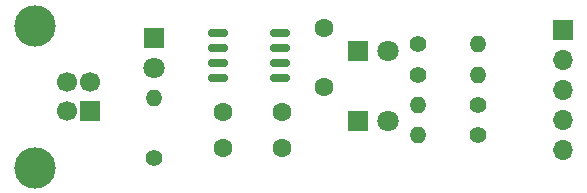
<source format=gts>
G04 #@! TF.GenerationSoftware,KiCad,Pcbnew,8.0.7*
G04 #@! TF.CreationDate,2025-01-23T22:17:45+09:00*
G04 #@! TF.ProjectId,ch340_silial_release,63683334-305f-4736-996c-69616c5f7265,rev?*
G04 #@! TF.SameCoordinates,Original*
G04 #@! TF.FileFunction,Soldermask,Top*
G04 #@! TF.FilePolarity,Negative*
%FSLAX46Y46*%
G04 Gerber Fmt 4.6, Leading zero omitted, Abs format (unit mm)*
G04 Created by KiCad (PCBNEW 8.0.7) date 2025-01-23 22:17:45*
%MOMM*%
%LPD*%
G01*
G04 APERTURE LIST*
G04 Aperture macros list*
%AMRoundRect*
0 Rectangle with rounded corners*
0 $1 Rounding radius*
0 $2 $3 $4 $5 $6 $7 $8 $9 X,Y pos of 4 corners*
0 Add a 4 corners polygon primitive as box body*
4,1,4,$2,$3,$4,$5,$6,$7,$8,$9,$2,$3,0*
0 Add four circle primitives for the rounded corners*
1,1,$1+$1,$2,$3*
1,1,$1+$1,$4,$5*
1,1,$1+$1,$6,$7*
1,1,$1+$1,$8,$9*
0 Add four rect primitives between the rounded corners*
20,1,$1+$1,$2,$3,$4,$5,0*
20,1,$1+$1,$4,$5,$6,$7,0*
20,1,$1+$1,$6,$7,$8,$9,0*
20,1,$1+$1,$8,$9,$2,$3,0*%
G04 Aperture macros list end*
%ADD10R,1.700000X1.700000*%
%ADD11C,1.700000*%
%ADD12C,3.500000*%
%ADD13C,1.400000*%
%ADD14O,1.400000X1.400000*%
%ADD15C,1.600000*%
%ADD16R,1.800000X1.800000*%
%ADD17C,1.800000*%
%ADD18O,1.700000X1.700000*%
%ADD19RoundRect,0.150000X-0.675000X-0.150000X0.675000X-0.150000X0.675000X0.150000X-0.675000X0.150000X0*%
G04 APERTURE END LIST*
D10*
X107577500Y-61275000D03*
D11*
X107577500Y-58775000D03*
X105577500Y-58775000D03*
X105577500Y-61275000D03*
D12*
X102867500Y-66045000D03*
X102867500Y-54005000D03*
D13*
X135292800Y-58152266D03*
D14*
X140372800Y-58152266D03*
X140372800Y-55600600D03*
D13*
X135292800Y-55600600D03*
X113000000Y-65252600D03*
D14*
X113000000Y-60172600D03*
D13*
X140372800Y-60703932D03*
D14*
X135292800Y-60703932D03*
D13*
X140372800Y-63255600D03*
D14*
X135292800Y-63255600D03*
D15*
X123772000Y-64341000D03*
X118772000Y-64341000D03*
X123772000Y-61341000D03*
X118772000Y-61341000D03*
X127368000Y-54229000D03*
X127368000Y-59229000D03*
D16*
X130212800Y-56159400D03*
D17*
X132752800Y-56159400D03*
D16*
X130212800Y-62052200D03*
D17*
X132752800Y-62052200D03*
D10*
X147623900Y-54413200D03*
D18*
X147623900Y-56953200D03*
X147623900Y-59493200D03*
X147623900Y-62033200D03*
X147623900Y-64573200D03*
D19*
X118375000Y-54600000D03*
X118375000Y-55870000D03*
X118375000Y-57140000D03*
X118375000Y-58410000D03*
X123625000Y-58410000D03*
X123625000Y-57140000D03*
X123625000Y-55870000D03*
X123625000Y-54600000D03*
D16*
X113000000Y-55041800D03*
D17*
X113000000Y-57581800D03*
M02*

</source>
